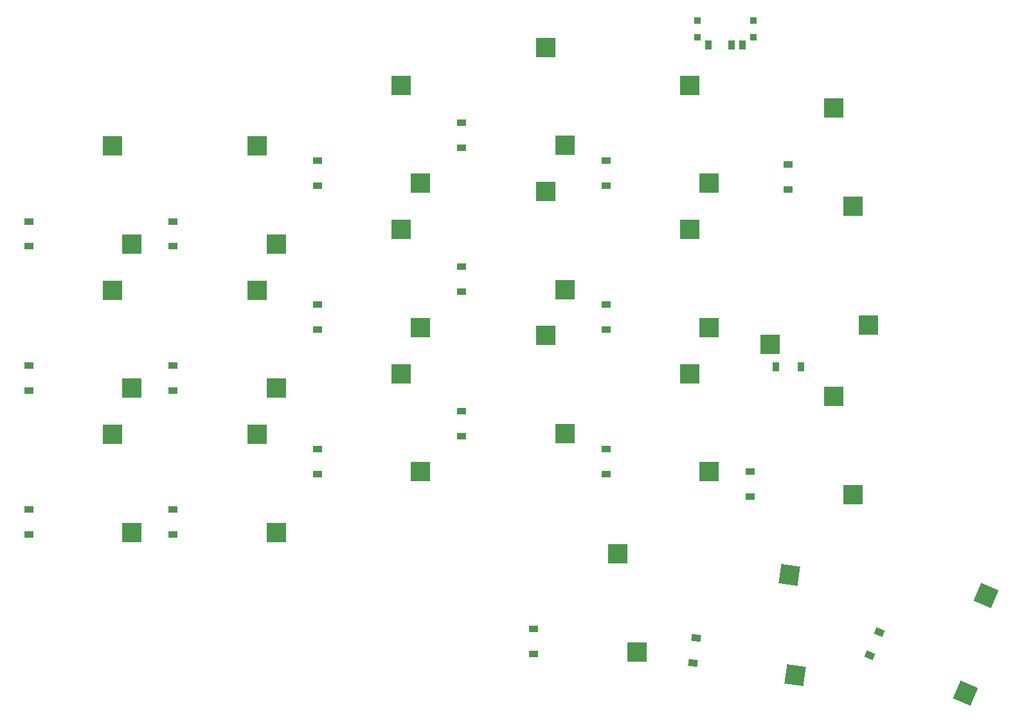
<source format=gbr>
%TF.GenerationSoftware,KiCad,Pcbnew,8.0.6*%
%TF.CreationDate,2024-12-24T11:18:05+01:00*%
%TF.ProjectId,left,6c656674-2e6b-4696-9361-645f70636258,v1.0.0*%
%TF.SameCoordinates,Original*%
%TF.FileFunction,Paste,Bot*%
%TF.FilePolarity,Positive*%
%FSLAX46Y46*%
G04 Gerber Fmt 4.6, Leading zero omitted, Abs format (unit mm)*
G04 Created by KiCad (PCBNEW 8.0.6) date 2024-12-24 11:18:05*
%MOMM*%
%LPD*%
G01*
G04 APERTURE LIST*
G04 Aperture macros list*
%AMRotRect*
0 Rectangle, with rotation*
0 The origin of the aperture is its center*
0 $1 length*
0 $2 width*
0 $3 Rotation angle, in degrees counterclockwise*
0 Add horizontal line*
21,1,$1,$2,0,0,$3*%
G04 Aperture macros list end*
%ADD10R,0.900000X0.900000*%
%ADD11R,0.900000X1.250000*%
%ADD12R,1.200000X0.900000*%
%ADD13R,2.500000X2.550000*%
%ADD14RotRect,0.900000X1.200000X67.000000*%
%ADD15RotRect,2.550000X2.500000X262.000000*%
%ADD16RotRect,0.900000X1.200000X82.000000*%
%ADD17R,2.550000X2.500000*%
%ADD18RotRect,2.550000X2.500000X247.000000*%
%ADD19R,0.900000X1.200000*%
G04 APERTURE END LIST*
D10*
%TO.C,T1*%
X129550000Y-98400000D03*
X129550000Y-100600000D03*
X136950000Y-98400000D03*
X136950000Y-100600000D03*
D11*
X131000000Y-101575000D03*
X134000000Y-101575000D03*
X135500000Y-101575000D03*
%TD*%
D12*
%TO.C,D4*%
X60500000Y-166150000D03*
X60500000Y-162850000D03*
%TD*%
%TO.C,D5*%
X60500000Y-147150000D03*
X60500000Y-143850000D03*
%TD*%
D13*
%TO.C,S13*%
X128540000Y-144915000D03*
X131080000Y-157842000D03*
%TD*%
D14*
%TO.C,D19*%
X152233307Y-182019018D03*
X153522719Y-178981352D03*
%TD*%
D13*
%TO.C,S17*%
X147540000Y-109915000D03*
X150080000Y-122842000D03*
%TD*%
%TO.C,S8*%
X90540000Y-125915000D03*
X93080000Y-138842000D03*
%TD*%
D12*
%TO.C,D10*%
X98500000Y-153150000D03*
X98500000Y-149850000D03*
%TD*%
D15*
%TO.C,S19*%
X141693780Y-171485505D03*
X142409971Y-184640200D03*
%TD*%
D13*
%TO.C,S1*%
X52540000Y-152915000D03*
X55080000Y-165842000D03*
%TD*%
D16*
%TO.C,D18*%
X128919265Y-183055232D03*
X129378537Y-179787348D03*
%TD*%
D13*
%TO.C,S9*%
X90540000Y-106915000D03*
X93080000Y-119842000D03*
%TD*%
%TO.C,S14*%
X128540000Y-125915000D03*
X131080000Y-138842000D03*
%TD*%
D12*
%TO.C,D8*%
X79500000Y-139150000D03*
X79500000Y-135850000D03*
%TD*%
D13*
%TO.C,S12*%
X109540000Y-101915000D03*
X112080000Y-114842000D03*
%TD*%
%TO.C,S10*%
X109540000Y-139915000D03*
X112080000Y-152842000D03*
%TD*%
D12*
%TO.C,D21*%
X141500000Y-120650000D03*
X141500000Y-117350000D03*
%TD*%
%TO.C,D6*%
X60500000Y-128150000D03*
X60500000Y-124850000D03*
%TD*%
D13*
%TO.C,S11*%
X109540000Y-120915000D03*
X112080000Y-133842000D03*
%TD*%
D12*
%TO.C,D11*%
X98500000Y-134150000D03*
X98500000Y-130850000D03*
%TD*%
%TO.C,D1*%
X41500000Y-166150000D03*
X41500000Y-162850000D03*
%TD*%
D13*
%TO.C,S2*%
X52540000Y-133915000D03*
X55080000Y-146842000D03*
%TD*%
D12*
%TO.C,D3*%
X41500000Y-128150000D03*
X41500000Y-124850000D03*
%TD*%
%TO.C,D14*%
X117500000Y-139150000D03*
X117500000Y-135850000D03*
%TD*%
%TO.C,D7*%
X79500000Y-158150000D03*
X79500000Y-154850000D03*
%TD*%
%TO.C,D17*%
X108000000Y-181900000D03*
X108000000Y-178600000D03*
%TD*%
D17*
%TO.C,S21*%
X152085000Y-138540000D03*
X139158000Y-141080000D03*
%TD*%
D12*
%TO.C,D16*%
X136500000Y-161150000D03*
X136500000Y-157850000D03*
%TD*%
%TO.C,D9*%
X79500000Y-120150000D03*
X79500000Y-116850000D03*
%TD*%
D18*
%TO.C,S20*%
X167567006Y-174149808D03*
X164854106Y-187041631D03*
%TD*%
D13*
%TO.C,S4*%
X71540000Y-152915000D03*
X74080000Y-165842000D03*
%TD*%
D12*
%TO.C,D15*%
X117500000Y-120150000D03*
X117500000Y-116850000D03*
%TD*%
D13*
%TO.C,S6*%
X71540000Y-114915000D03*
X74080000Y-127842000D03*
%TD*%
%TO.C,S15*%
X128540000Y-106915000D03*
X131080000Y-119842000D03*
%TD*%
%TO.C,S5*%
X71540000Y-133915000D03*
X74080000Y-146842000D03*
%TD*%
D12*
%TO.C,D2*%
X41500000Y-147150000D03*
X41500000Y-143850000D03*
%TD*%
D13*
%TO.C,S18*%
X119040000Y-168665000D03*
X121580000Y-181592000D03*
%TD*%
D12*
%TO.C,D12*%
X98500000Y-115150000D03*
X98500000Y-111850000D03*
%TD*%
%TO.C,D13*%
X117500000Y-158150000D03*
X117500000Y-154850000D03*
%TD*%
D13*
%TO.C,S7*%
X90540000Y-144915000D03*
X93080000Y-157842000D03*
%TD*%
D19*
%TO.C,D20*%
X143150000Y-144000000D03*
X139850000Y-144000000D03*
%TD*%
D13*
%TO.C,S16*%
X147540000Y-147915000D03*
X150080000Y-160842000D03*
%TD*%
%TO.C,S3*%
X52540000Y-114915000D03*
X55080000Y-127842000D03*
%TD*%
M02*

</source>
